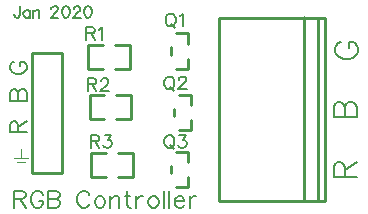
<source format=gto>
G04 Layer: TopSilkLayer*
G04 EasyEDA v6.4.7, 2020-10-21T08:40:06+11:00*
G04 167876914e964c2ea181e253bf9821b7,8b00c40d607e4de580d566db1ee26a9b,10*
G04 Gerber Generator version 0.2*
G04 Scale: 100 percent, Rotated: No, Reflected: No *
G04 Dimensions in millimeters *
G04 leading zeros omitted , absolute positions ,3 integer and 3 decimal *
%FSLAX33Y33*%
%MOMM*%
G90*
D02*

%ADD16C,0.254000*%
%ADD17C,0.203200*%
%ADD18C,0.152400*%

%LPD*%

%LPD*%
G36*
G01X1909Y6337D02*
G01X1847Y6337D01*
G01X1847Y5550D01*
G01X1278Y5550D01*
G01X1278Y5493D01*
G01X2478Y5493D01*
G01X2478Y5550D01*
G01X1909Y5550D01*
G01X1909Y6337D01*
G37*

%LPD*%
G36*
G01X2248Y5230D02*
G01X1507Y5230D01*
G01X1507Y5172D01*
G01X2248Y5172D01*
G01X2248Y5230D01*
G37*

%LPD*%
G36*
G01X2052Y4896D02*
G01X1703Y4896D01*
G01X1703Y4839D01*
G01X2052Y4839D01*
G01X2052Y4896D01*
G37*

%LPD*%
G54D16*
G01X5334Y14478D02*
G01X2794Y14478D01*
G01X5334Y4318D02*
G01X2794Y4318D01*
G01X2794Y14478D02*
G01X2794Y4318D01*
G01X5334Y14478D02*
G01X5334Y4318D01*
G01X9898Y8886D02*
G01X11148Y8886D01*
G01X9898Y10925D02*
G01X11148Y10925D01*
G01X8898Y8886D02*
G01X7648Y8886D01*
G01X8898Y10925D02*
G01X7648Y10925D01*
G01X11148Y8886D02*
G01X11148Y10925D01*
G01X7648Y8886D02*
G01X7648Y10925D01*
G01X27599Y1947D02*
G01X18599Y1947D01*
G01X27569Y17447D02*
G01X18569Y17447D01*
G01X27599Y17447D02*
G01X27599Y1947D01*
G01X25769Y17477D02*
G01X25769Y1977D01*
G01X26999Y17447D02*
G01X26999Y1947D01*
G01X18569Y17447D02*
G01X18569Y1947D01*
G01X14794Y9711D02*
G01X14794Y9084D01*
G01X16194Y10897D02*
G01X16194Y10033D01*
G01X16194Y8762D02*
G01X16194Y7898D01*
G01X16194Y10897D02*
G01X15194Y10897D01*
G01X16194Y7898D02*
G01X15194Y7898D01*
G01X14540Y14918D02*
G01X14540Y14291D01*
G01X15940Y16104D02*
G01X15940Y15240D01*
G01X15940Y13969D02*
G01X15940Y13105D01*
G01X15940Y16104D02*
G01X14940Y16104D01*
G01X15940Y13105D02*
G01X14940Y13105D01*
G01X14540Y4885D02*
G01X14540Y4258D01*
G01X15940Y6071D02*
G01X15940Y5207D01*
G01X15940Y3936D02*
G01X15940Y3072D01*
G01X15940Y6071D02*
G01X14940Y6071D01*
G01X15940Y3072D02*
G01X14940Y3072D01*
G01X9770Y13077D02*
G01X11021Y13077D01*
G01X9770Y15116D02*
G01X11021Y15116D01*
G01X8771Y13077D02*
G01X7520Y13077D01*
G01X8771Y15116D02*
G01X7520Y15116D01*
G01X11021Y13077D02*
G01X11021Y15116D01*
G01X7520Y13077D02*
G01X7520Y15116D01*
G01X10024Y3933D02*
G01X11275Y3933D01*
G01X10024Y5972D02*
G01X11275Y5972D01*
G01X9025Y3933D02*
G01X7774Y3933D01*
G01X9025Y5972D02*
G01X7774Y5972D01*
G01X11275Y3933D02*
G01X11275Y5972D01*
G01X7774Y3933D02*
G01X7774Y5972D01*
G54D17*
G01X28303Y3937D02*
G01X30241Y3937D01*
G01X28303Y3937D02*
G01X28303Y4767D01*
G01X28394Y5044D01*
G01X28486Y5138D01*
G01X28671Y5229D01*
G01X28856Y5229D01*
G01X29042Y5138D01*
G01X29133Y5044D01*
G01X29225Y4767D01*
G01X29225Y3937D01*
G01X29225Y4584D02*
G01X30241Y5229D01*
G01X28303Y9017D02*
G01X30241Y9017D01*
G01X28303Y9017D02*
G01X28303Y9847D01*
G01X28394Y10124D01*
G01X28486Y10218D01*
G01X28671Y10309D01*
G01X28856Y10309D01*
G01X29042Y10218D01*
G01X29133Y10124D01*
G01X29225Y9847D01*
G01X29225Y9017D02*
G01X29225Y9847D01*
G01X29319Y10124D01*
G01X29410Y10218D01*
G01X29596Y10309D01*
G01X29872Y10309D01*
G01X30058Y10218D01*
G01X30149Y10124D01*
G01X30241Y9847D01*
G01X30241Y9017D01*
G01X28892Y15354D02*
G01X28707Y15262D01*
G01X28521Y15077D01*
G01X28430Y14894D01*
G01X28430Y14523D01*
G01X28521Y14338D01*
G01X28707Y14155D01*
G01X28892Y14061D01*
G01X29169Y13970D01*
G01X29629Y13970D01*
G01X29908Y14061D01*
G01X30091Y14155D01*
G01X30276Y14338D01*
G01X30368Y14523D01*
G01X30368Y14894D01*
G01X30276Y15077D01*
G01X30091Y15262D01*
G01X29908Y15354D01*
G01X29629Y15354D01*
G01X29629Y14894D02*
G01X29629Y15354D01*
G01X1239Y13723D02*
G01X1104Y13655D01*
G01X967Y13517D01*
G01X899Y13380D01*
G01X899Y13108D01*
G01X967Y12971D01*
G01X1104Y12837D01*
G01X1239Y12768D01*
G01X1445Y12700D01*
G01X1785Y12700D01*
G01X1991Y12768D01*
G01X2125Y12837D01*
G01X2263Y12971D01*
G01X2331Y13108D01*
G01X2331Y13380D01*
G01X2263Y13517D01*
G01X2125Y13655D01*
G01X1991Y13723D01*
G01X1785Y13723D01*
G01X1785Y13380D02*
G01X1785Y13723D01*
G01X899Y10414D02*
G01X2331Y10414D01*
G01X899Y10414D02*
G01X899Y11028D01*
G01X967Y11231D01*
G01X1036Y11300D01*
G01X1170Y11369D01*
G01X1308Y11369D01*
G01X1445Y11300D01*
G01X1513Y11231D01*
G01X1582Y11028D01*
G01X1582Y10414D02*
G01X1582Y11028D01*
G01X1648Y11231D01*
G01X1717Y11300D01*
G01X1854Y11369D01*
G01X2057Y11369D01*
G01X2194Y11300D01*
G01X2263Y11231D01*
G01X2331Y11028D01*
G01X2331Y10414D01*
G01X899Y7747D02*
G01X2331Y7747D01*
G01X899Y7747D02*
G01X899Y8361D01*
G01X967Y8564D01*
G01X1036Y8633D01*
G01X1170Y8702D01*
G01X1308Y8702D01*
G01X1445Y8633D01*
G01X1513Y8564D01*
G01X1582Y8361D01*
G01X1582Y7747D01*
G01X1582Y8224D02*
G01X2331Y8702D01*
G01X1270Y2783D02*
G01X1270Y1351D01*
G01X1270Y2783D02*
G01X1884Y2783D01*
G01X2087Y2715D01*
G01X2156Y2646D01*
G01X2225Y2512D01*
G01X2225Y2374D01*
G01X2156Y2237D01*
G01X2087Y2169D01*
G01X1884Y2100D01*
G01X1270Y2100D01*
G01X1747Y2100D02*
G01X2225Y1351D01*
G01X3698Y2443D02*
G01X3629Y2578D01*
G01X3492Y2715D01*
G01X3355Y2783D01*
G01X3083Y2783D01*
G01X2946Y2715D01*
G01X2811Y2578D01*
G01X2743Y2443D01*
G01X2674Y2237D01*
G01X2674Y1897D01*
G01X2743Y1691D01*
G01X2811Y1557D01*
G01X2946Y1419D01*
G01X3083Y1351D01*
G01X3355Y1351D01*
G01X3492Y1419D01*
G01X3629Y1557D01*
G01X3698Y1691D01*
G01X3698Y1897D01*
G01X3355Y1897D02*
G01X3698Y1897D01*
G01X4147Y2783D02*
G01X4147Y1351D01*
G01X4147Y2783D02*
G01X4759Y2783D01*
G01X4965Y2715D01*
G01X5034Y2646D01*
G01X5102Y2512D01*
G01X5102Y2374D01*
G01X5034Y2237D01*
G01X4965Y2169D01*
G01X4759Y2100D01*
G01X4147Y2100D02*
G01X4759Y2100D01*
G01X4965Y2034D01*
G01X5034Y1965D01*
G01X5102Y1828D01*
G01X5102Y1625D01*
G01X5034Y1488D01*
G01X4965Y1419D01*
G01X4759Y1351D01*
G01X4147Y1351D01*
G01X7625Y2443D02*
G01X7556Y2578D01*
G01X7419Y2715D01*
G01X7284Y2783D01*
G01X7010Y2783D01*
G01X6875Y2715D01*
G01X6738Y2578D01*
G01X6670Y2443D01*
G01X6601Y2237D01*
G01X6601Y1897D01*
G01X6670Y1691D01*
G01X6738Y1557D01*
G01X6875Y1419D01*
G01X7010Y1351D01*
G01X7284Y1351D01*
G01X7419Y1419D01*
G01X7556Y1557D01*
G01X7625Y1691D01*
G01X8415Y2306D02*
G01X8277Y2237D01*
G01X8143Y2100D01*
G01X8074Y1897D01*
G01X8074Y1760D01*
G01X8143Y1557D01*
G01X8277Y1419D01*
G01X8415Y1351D01*
G01X8620Y1351D01*
G01X8755Y1419D01*
G01X8892Y1557D01*
G01X8961Y1760D01*
G01X8961Y1897D01*
G01X8892Y2100D01*
G01X8755Y2237D01*
G01X8620Y2306D01*
G01X8415Y2306D01*
G01X9410Y2306D02*
G01X9410Y1351D01*
G01X9410Y2034D02*
G01X9616Y2237D01*
G01X9751Y2306D01*
G01X9956Y2306D01*
G01X10093Y2237D01*
G01X10160Y2034D01*
G01X10160Y1351D01*
G01X10815Y2783D02*
G01X10815Y1625D01*
G01X10883Y1419D01*
G01X11021Y1351D01*
G01X11155Y1351D01*
G01X10612Y2306D02*
G01X11087Y2306D01*
G01X11605Y2306D02*
G01X11605Y1351D01*
G01X11605Y1897D02*
G01X11673Y2100D01*
G01X11811Y2237D01*
G01X11948Y2306D01*
G01X12151Y2306D01*
G01X12943Y2306D02*
G01X12806Y2237D01*
G01X12669Y2100D01*
G01X12600Y1897D01*
G01X12600Y1760D01*
G01X12669Y1557D01*
G01X12806Y1419D01*
G01X12943Y1351D01*
G01X13147Y1351D01*
G01X13284Y1419D01*
G01X13418Y1557D01*
G01X13487Y1760D01*
G01X13487Y1897D01*
G01X13418Y2100D01*
G01X13284Y2237D01*
G01X13147Y2306D01*
G01X12943Y2306D01*
G01X13936Y2783D02*
G01X13936Y1351D01*
G01X14389Y2783D02*
G01X14389Y1351D01*
G01X14838Y1897D02*
G01X15656Y1897D01*
G01X15656Y2034D01*
G01X15587Y2169D01*
G01X15519Y2237D01*
G01X15384Y2306D01*
G01X15179Y2306D01*
G01X15041Y2237D01*
G01X14907Y2100D01*
G01X14838Y1897D01*
G01X14838Y1760D01*
G01X14907Y1557D01*
G01X15041Y1419D01*
G01X15179Y1351D01*
G01X15384Y1351D01*
G01X15519Y1419D01*
G01X15656Y1557D01*
G01X16106Y2306D02*
G01X16106Y1351D01*
G01X16106Y1897D02*
G01X16174Y2100D01*
G01X16311Y2237D01*
G01X16446Y2306D01*
G01X16652Y2306D01*
G01X1724Y18407D02*
G01X1724Y17680D01*
G01X1678Y17543D01*
G01X1633Y17498D01*
G01X1541Y17452D01*
G01X1452Y17452D01*
G01X1361Y17498D01*
G01X1315Y17543D01*
G01X1270Y17680D01*
G01X1270Y17772D01*
G01X2570Y18089D02*
G01X2570Y17452D01*
G01X2570Y17952D02*
G01X2479Y18044D01*
G01X2387Y18089D01*
G01X2252Y18089D01*
G01X2161Y18044D01*
G01X2070Y17952D01*
G01X2024Y17818D01*
G01X2024Y17726D01*
G01X2070Y17589D01*
G01X2161Y17498D01*
G01X2252Y17452D01*
G01X2387Y17452D01*
G01X2479Y17498D01*
G01X2570Y17589D01*
G01X2870Y18089D02*
G01X2870Y17452D01*
G01X2870Y17907D02*
G01X3007Y18044D01*
G01X3096Y18089D01*
G01X3233Y18089D01*
G01X3324Y18044D01*
G01X3370Y17907D01*
G01X3370Y17452D01*
G01X4414Y18181D02*
G01X4414Y18227D01*
G01X4460Y18315D01*
G01X4505Y18361D01*
G01X4597Y18407D01*
G01X4780Y18407D01*
G01X4869Y18361D01*
G01X4914Y18315D01*
G01X4960Y18227D01*
G01X4960Y18135D01*
G01X4914Y18044D01*
G01X4823Y17907D01*
G01X4368Y17452D01*
G01X5006Y17452D01*
G01X5577Y18407D02*
G01X5443Y18361D01*
G01X5351Y18227D01*
G01X5306Y17998D01*
G01X5306Y17863D01*
G01X5351Y17635D01*
G01X5443Y17498D01*
G01X5577Y17452D01*
G01X5669Y17452D01*
G01X5806Y17498D01*
G01X5897Y17635D01*
G01X5943Y17863D01*
G01X5943Y17998D01*
G01X5897Y18227D01*
G01X5806Y18361D01*
G01X5669Y18407D01*
G01X5577Y18407D01*
G01X6289Y18181D02*
G01X6289Y18227D01*
G01X6334Y18315D01*
G01X6377Y18361D01*
G01X6469Y18407D01*
G01X6652Y18407D01*
G01X6743Y18361D01*
G01X6789Y18315D01*
G01X6832Y18227D01*
G01X6832Y18135D01*
G01X6789Y18044D01*
G01X6697Y17907D01*
G01X6243Y17452D01*
G01X6878Y17452D01*
G01X7452Y18407D02*
G01X7315Y18361D01*
G01X7223Y18227D01*
G01X7178Y17998D01*
G01X7178Y17863D01*
G01X7223Y17635D01*
G01X7315Y17498D01*
G01X7452Y17452D01*
G01X7543Y17452D01*
G01X7678Y17498D01*
G01X7769Y17635D01*
G01X7815Y17863D01*
G01X7815Y17998D01*
G01X7769Y18227D01*
G01X7678Y18361D01*
G01X7543Y18407D01*
G01X7452Y18407D01*
G54D18*
G01X7493Y12329D02*
G01X7493Y11239D01*
G01X7493Y12329D02*
G01X7961Y12329D01*
G01X8116Y12278D01*
G01X8169Y12225D01*
G01X8220Y12120D01*
G01X8220Y12016D01*
G01X8169Y11912D01*
G01X8116Y11861D01*
G01X7961Y11811D01*
G01X7493Y11811D01*
G01X7856Y11811D02*
G01X8220Y11239D01*
G01X8616Y12070D02*
G01X8616Y12120D01*
G01X8667Y12225D01*
G01X8720Y12278D01*
G01X8824Y12329D01*
G01X9030Y12329D01*
G01X9134Y12278D01*
G01X9187Y12225D01*
G01X9238Y12120D01*
G01X9238Y12016D01*
G01X9187Y11912D01*
G01X9083Y11757D01*
G01X8563Y11239D01*
G01X9292Y11239D01*
G01X14283Y12456D02*
G01X14179Y12405D01*
G01X14074Y12301D01*
G01X14021Y12197D01*
G01X13970Y12039D01*
G01X13970Y11780D01*
G01X14021Y11625D01*
G01X14074Y11521D01*
G01X14179Y11417D01*
G01X14283Y11366D01*
G01X14491Y11366D01*
G01X14593Y11417D01*
G01X14697Y11521D01*
G01X14750Y11625D01*
G01X14801Y11780D01*
G01X14801Y12039D01*
G01X14750Y12197D01*
G01X14697Y12301D01*
G01X14593Y12405D01*
G01X14491Y12456D01*
G01X14283Y12456D01*
G01X14438Y11572D02*
G01X14750Y11262D01*
G01X15197Y12197D02*
G01X15197Y12247D01*
G01X15248Y12352D01*
G01X15301Y12405D01*
G01X15405Y12456D01*
G01X15611Y12456D01*
G01X15715Y12405D01*
G01X15769Y12352D01*
G01X15819Y12247D01*
G01X15819Y12143D01*
G01X15769Y12039D01*
G01X15664Y11884D01*
G01X15144Y11366D01*
G01X15873Y11366D01*
G01X14410Y17790D02*
G01X14306Y17739D01*
G01X14201Y17635D01*
G01X14148Y17531D01*
G01X14097Y17373D01*
G01X14097Y17114D01*
G01X14148Y16959D01*
G01X14201Y16855D01*
G01X14306Y16751D01*
G01X14410Y16700D01*
G01X14618Y16700D01*
G01X14720Y16751D01*
G01X14824Y16855D01*
G01X14877Y16959D01*
G01X14928Y17114D01*
G01X14928Y17373D01*
G01X14877Y17531D01*
G01X14824Y17635D01*
G01X14720Y17739D01*
G01X14618Y17790D01*
G01X14410Y17790D01*
G01X14565Y16906D02*
G01X14877Y16596D01*
G01X15271Y17581D02*
G01X15375Y17635D01*
G01X15532Y17790D01*
G01X15532Y16700D01*
G01X14283Y7503D02*
G01X14179Y7452D01*
G01X14074Y7348D01*
G01X14021Y7244D01*
G01X13970Y7086D01*
G01X13970Y6827D01*
G01X14021Y6672D01*
G01X14074Y6568D01*
G01X14179Y6464D01*
G01X14283Y6413D01*
G01X14491Y6413D01*
G01X14593Y6464D01*
G01X14697Y6568D01*
G01X14750Y6672D01*
G01X14801Y6827D01*
G01X14801Y7086D01*
G01X14750Y7244D01*
G01X14697Y7348D01*
G01X14593Y7452D01*
G01X14491Y7503D01*
G01X14283Y7503D01*
G01X14438Y6619D02*
G01X14750Y6309D01*
G01X15248Y7503D02*
G01X15819Y7503D01*
G01X15507Y7086D01*
G01X15664Y7086D01*
G01X15769Y7035D01*
G01X15819Y6985D01*
G01X15873Y6827D01*
G01X15873Y6723D01*
G01X15819Y6568D01*
G01X15715Y6464D01*
G01X15560Y6413D01*
G01X15405Y6413D01*
G01X15248Y6464D01*
G01X15197Y6515D01*
G01X15144Y6619D01*
G01X7366Y16647D02*
G01X7366Y15557D01*
G01X7366Y16647D02*
G01X7834Y16647D01*
G01X7989Y16596D01*
G01X8042Y16543D01*
G01X8093Y16438D01*
G01X8093Y16334D01*
G01X8042Y16230D01*
G01X7989Y16179D01*
G01X7834Y16129D01*
G01X7366Y16129D01*
G01X7729Y16129D02*
G01X8093Y15557D01*
G01X8436Y16438D02*
G01X8540Y16492D01*
G01X8697Y16647D01*
G01X8697Y15557D01*
G01X7747Y7503D02*
G01X7747Y6413D01*
G01X7747Y7503D02*
G01X8215Y7503D01*
G01X8370Y7452D01*
G01X8423Y7399D01*
G01X8474Y7294D01*
G01X8474Y7190D01*
G01X8423Y7086D01*
G01X8370Y7035D01*
G01X8215Y6985D01*
G01X7747Y6985D01*
G01X8110Y6985D02*
G01X8474Y6413D01*
G01X8921Y7503D02*
G01X9492Y7503D01*
G01X9182Y7086D01*
G01X9337Y7086D01*
G01X9441Y7035D01*
G01X9492Y6985D01*
G01X9546Y6827D01*
G01X9546Y6723D01*
G01X9492Y6568D01*
G01X9388Y6464D01*
G01X9233Y6413D01*
G01X9078Y6413D01*
G01X8921Y6464D01*
G01X8870Y6515D01*
G01X8817Y6619D01*
M00*
M02*

</source>
